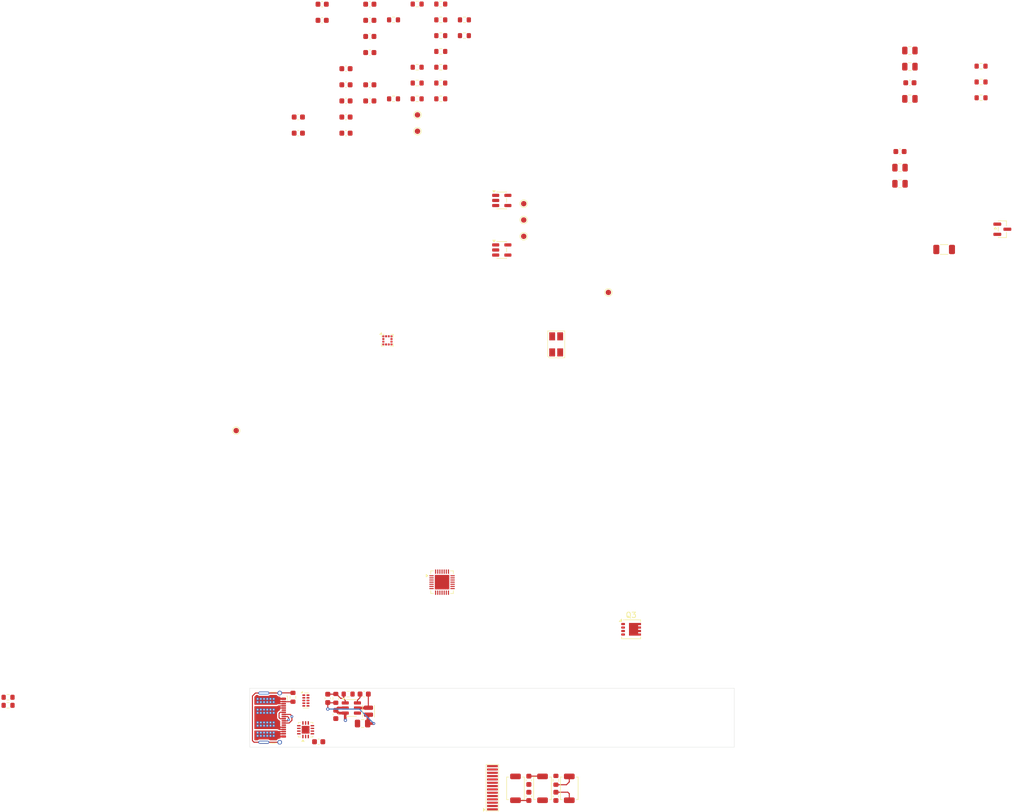
<source format=kicad_pcb>
(kicad_pcb
	(version 20241229)
	(generator "pcbnew")
	(generator_version "9.0")
	(general
		(thickness 1.6)
		(legacy_teardrops no)
	)
	(paper "A4")
	(layers
		(0 "F.Cu" signal)
		(4 "In1.Cu" signal)
		(6 "In2.Cu" signal)
		(2 "B.Cu" signal)
		(9 "F.Adhes" user "F.Adhesive")
		(11 "B.Adhes" user "B.Adhesive")
		(13 "F.Paste" user)
		(15 "B.Paste" user)
		(5 "F.SilkS" user "F.Silkscreen")
		(7 "B.SilkS" user "B.Silkscreen")
		(1 "F.Mask" user)
		(3 "B.Mask" user)
		(17 "Dwgs.User" user "User.Drawings")
		(19 "Cmts.User" user "User.Comments")
		(21 "Eco1.User" user "User.Eco1")
		(23 "Eco2.User" user "User.Eco2")
		(25 "Edge.Cuts" user)
		(27 "Margin" user)
		(31 "F.CrtYd" user "F.Courtyard")
		(29 "B.CrtYd" user "B.Courtyard")
		(35 "F.Fab" user)
		(33 "B.Fab" user)
		(39 "User.1" user)
		(41 "User.2" user)
		(43 "User.3" user)
		(45 "User.4" user)
	)
	(setup
		(stackup
			(layer "F.SilkS"
				(type "Top Silk Screen")
				(color "Black")
			)
			(layer "F.Paste"
				(type "Top Solder Paste")
			)
			(layer "F.Mask"
				(type "Top Solder Mask")
				(color "White")
				(thickness 0.01)
			)
			(layer "F.Cu"
				(type "copper")
				(thickness 0.035)
			)
			(layer "dielectric 1"
				(type "prepreg")
				(thickness 0.1)
				(material "FR4")
				(epsilon_r 4.5)
				(loss_tangent 0.02)
			)
			(layer "In1.Cu"
				(type "copper")
				(thickness 0.035)
			)
			(layer "dielectric 2"
				(type "core")
				(thickness 1.24)
				(material "FR4")
				(epsilon_r 4.5)
				(loss_tangent 0.02)
			)
			(layer "In2.Cu"
				(type "copper")
				(thickness 0.035)
			)
			(layer "dielectric 3"
				(type "prepreg")
				(thickness 0.1)
				(material "FR4")
				(epsilon_r 4.5)
				(loss_tangent 0.02)
			)
			(layer "B.Cu"
				(type "copper")
				(thickness 0.035)
			)
			(layer "B.Mask"
				(type "Bottom Solder Mask")
				(thickness 0.01)
			)
			(layer "B.Paste"
				(type "Bottom Solder Paste")
			)
			(layer "B.SilkS"
				(type "Bottom Silk Screen")
			)
			(copper_finish "None")
			(dielectric_constraints no)
		)
		(pad_to_mask_clearance 0)
		(allow_soldermask_bridges_in_footprints no)
		(tenting front back)
		(pcbplotparams
			(layerselection 0x00000000_00000000_55555555_5755f5ff)
			(plot_on_all_layers_selection 0x00000000_00000000_00000000_00000000)
			(disableapertmacros no)
			(usegerberextensions no)
			(usegerberattributes yes)
			(usegerberadvancedattributes yes)
			(creategerberjobfile yes)
			(dashed_line_dash_ratio 12.000000)
			(dashed_line_gap_ratio 3.000000)
			(svgprecision 4)
			(plotframeref no)
			(mode 1)
			(useauxorigin no)
			(hpglpennumber 1)
			(hpglpenspeed 20)
			(hpglpendiameter 15.000000)
			(pdf_front_fp_property_popups yes)
			(pdf_back_fp_property_popups yes)
			(pdf_metadata yes)
			(pdf_single_document no)
			(dxfpolygonmode yes)
			(dxfimperialunits yes)
			(dxfusepcbnewfont yes)
			(psnegative no)
			(psa4output no)
			(plot_black_and_white yes)
			(sketchpadsonfab no)
			(plotpadnumbers no)
			(hidednponfab no)
			(sketchdnponfab yes)
			(crossoutdnponfab yes)
			(subtractmaskfromsilk no)
			(outputformat 1)
			(mirror no)
			(drillshape 1)
			(scaleselection 1)
			(outputdirectory "")
		)
	)
	(net 0 "")
	(net 1 "+3.3V")
	(net 2 "GND")
	(net 3 "VBUS")
	(net 4 "Net-(U4-SW)")
	(net 5 "Net-(U4-BST)")
	(net 6 "Net-(U4-FB)")
	(net 7 "/NRST")
	(net 8 "/BTN1")
	(net 9 "/BTN2")
	(net 10 "/TC_FB")
	(net 11 "Net-(U6--)")
	(net 12 "/BOOTSEL")
	(net 13 "Net-(D1-A2)")
	(net 14 "Net-(D1-A1)")
	(net 15 "/SCL")
	(net 16 "/DISP_NRST")
	(net 17 "/SDA")
	(net 18 "/SHUNT_L")
	(net 19 "/TIP_H")
	(net 20 "/SWDIO")
	(net 21 "/D-")
	(net 22 "/D+")
	(net 23 "/HEATER_ON")
	(net 24 "/CURR_FB")
	(net 25 "/VBUS_FB")
	(net 26 "/TIP_K")
	(net 27 "Net-(U6-+)")
	(net 28 "/LED_B")
	(net 29 "/LED_A")
	(net 30 "/PA15")
	(net 31 "/PD0")
	(net 32 "/PD1")
	(net 33 "/CC2")
	(net 34 "/CC1")
	(net 35 "/LED_RING")
	(net 36 "/ACC_INT1")
	(net 37 "/SWCLK")
	(net 38 "/INT_N")
	(net 39 "/ACC_INT2")
	(net 40 "/PB3")
	(net 41 "Net-(J4-Pin_13)")
	(net 42 "Net-(J4-Pin_2)")
	(net 43 "Net-(J4-Pin_1)")
	(net 44 "Net-(J4-Pin_4)")
	(net 45 "Net-(J4-Pin_3)")
	(net 46 "Net-(J4-Pin_14)")
	(net 47 "Net-(U7--)")
	(net 48 "Net-(J1-SHIELD)")
	(net 49 "unconnected-(J4-Pin_6-Pad6)")
	(net 50 "Net-(J4-Pin_12)")
	(net 51 "Net-(Q1-C)")
	(net 52 "Net-(Q1-B)")
	(net 53 "Net-(R13-Pad2)")
	(net 54 "Net-(U7-+)")
	(net 55 "unconnected-(U5-~{CS}-Pad10)")
	(net 56 "/JDP")
	(net 57 "/JDN")
	(net 58 "unconnected-(U8-NC-Pad6)")
	(net 59 "unconnected-(U8-NC-Pad10)")
	(net 60 "unconnected-(U8-NC-Pad7)")
	(net 61 "unconnected-(U8-NC-Pad9)")
	(net 62 "Net-(Q3-G)")
	(footprint "Capacitor_SMD:C_0603_1608Metric" (layer "F.Cu") (at 152.65 167.4 90))
	(footprint "Capacitor_SMD:C_0603_1608Metric" (layer "F.Cu") (at 109.6 40.55))
	(footprint "Package_SON:USON-10_2.5x1.0mm_P0.5mm" (layer "F.Cu") (at 111.015 149.5))
	(footprint "Resistor_SMD:R_0603_1608Metric" (layer "F.Cu") (at 136.2 31.25))
	(footprint "Package_TO_SOT_SMD:SOT-23-5" (layer "F.Cu") (at 147.5925 56.125))
	(footprint "Resistor_SMD:R_0603_1608Metric" (layer "F.Cu") (at 127.38 37.15))
	(footprint "Capacitor_SMD:C_0805_2012Metric" (layer "F.Cu") (at 221.95 53.01))
	(footprint "Resistor_SMD:R_0603_1608Metric" (layer "F.Cu") (at 55.4 148.9))
	(footprint "Capacitor_SMD:C_0603_1608Metric" (layer "F.Cu") (at 122.95 22.49))
	(footprint "Capacitor_SMD:C_0603_1608Metric" (layer "F.Cu") (at 122.95 28.51))
	(footprint "Inductor_SMD:L_Changjiang_FTC201607S" (layer "F.Cu") (at 122.7 151.5 -90))
	(footprint "Resistor_SMD:R_0603_1608Metric" (layer "F.Cu") (at 136.2 37.15))
	(footprint "Capacitor_SMD:C_0603_1608Metric" (layer "F.Cu") (at 221.95 46.99))
	(footprint "Resistor_SMD:R_0603_1608Metric" (layer "F.Cu") (at 136.2 28.3))
	(footprint "Package_TO_SOT_SMD:SOT-23-5" (layer "F.Cu") (at 147.5925 65.375))
	(footprint "TestPoint:TestPoint_Pad_D1.0mm" (layer "F.Cu") (at 151.6925 56.725))
	(footprint "Capacitor_SMD:C_0805_2012Metric" (layer "F.Cu") (at 223.7975 28.13))
	(footprint "Resistor_SMD:R_0603_1608Metric" (layer "F.Cu") (at 157.7 164.4 -90))
	(footprint "Capacitor_SMD:C_0603_1608Metric" (layer "F.Cu") (at 114.05 19.48))
	(footprint "TestPoint:TestPoint_Pad_D1.0mm" (layer "F.Cu") (at 131.85 40.15))
	(footprint "Connector_USB:USB_C_Receptacle_G-Switch_GT-USB-7025" (layer "F.Cu") (at 103.439427 152.7 -90))
	(footprint "Resistor_SMD:R_0603_1608Metric" (layer "F.Cu") (at 116.6 149.1 90))
	(footprint "Capacitor_SMD:C_0603_1608Metric" (layer "F.Cu") (at 122.95 25.5))
	(footprint "Resistor_SMD:R_0603_1608Metric" (layer "F.Cu") (at 237.0875 34))
	(footprint "Capacitor_SMD:C_0805_2012Metric" (layer "F.Cu") (at 223.7975 37.16))
	(footprint "Capacitor_SMD:C_0603_1608Metric" (layer "F.Cu") (at 223.7975 34.15))
	(footprint "Capacitor_SMD:C_0603_1608Metric" (layer "F.Cu") (at 114.05 22.49))
	(footprint "Resistor_SMD:R_0603_1608Metric" (layer "F.Cu") (at 131.79 37.15))
	(footprint "Resistor_SMD:R_1206_3216Metric" (layer "F.Cu") (at 230.1925 65.28))
	(footprint "Capacitor_SMD:C_0603_1608Metric" (layer "F.Cu") (at 118.5 43.56))
	(footprint "Capacitor_SMD:C_0805_2012Metric" (layer "F.Cu") (at 223.7975 31.14))
	(footprint "Resistor_SMD:R_0603_1608Metric" (layer "F.Cu") (at 140.61 22.4))
	(footprint "Capacitor_SMD:C_0603_1608Metric" (layer "F.Cu") (at 152.65 164.4 -90))
	(footprint "Capacitor_SMD:C_0805_2012Metric" (layer "F.Cu") (at 121.6 153.8 180))
	(footprint "TestPoint:TestPoint_Pad_D1.0mm" (layer "F.Cu") (at 98 99.1))
	(footprint "Custom:FPC_14" (layer "F.Cu") (at 145.85 165.79 90))
	(footprint "Capacitor_SMD:C_0603_1608Metric" (layer "F.Cu") (at 115.1 149.1 90))
	(footprint "Package_TO_SOT_SMD:TSOT-23-6" (layer "F.Cu") (at 119.5 150.9))
	(footprint "Package_LGA:LGA-12_2x2mm_P0.5mm" (layer "F.Cu") (at 126.2375 82.25))
	(footprint "Package_DFN_QFN:WQFN-28-1EP_4x4mm_P0.4mm_EP2.7x2.7mm" (layer "F.Cu") (at 136.4375 127.4))
	(footprint "Resistor_SMD:R_0603_1608Metric" (layer "F.Cu") (at 131.79 19.45))
	(footprint "Capacitor_SMD:C_0603_1608Metric" (layer "F.Cu") (at 122.95 19.48))
	(footprint "Capacitor_SMD:C_0603_1608Metric" (layer "F.Cu") (at 122.95 34.53))
	(footprint "Resistor_SMD:R_0603_1608Metric" (layer "F.Cu") (at 131.79 31.25))
	(footprint "MountingHole:MountingHole_2.2mm_M2" (layer "F.Cu") (at 127.2 152.7))
	(footprint "Resistor_SMD:R_0603_1608Metric" (layer "F.Cu") (at 136.2 25.35))
	(footprint "Resistor_SMD:R_0603_1608Metric" (layer "F.Cu") (at 131.79 34.2))
	(footprint "Resistor_SMD:R_0603_1608Metric" (layer "F.Cu") (at 140.61 25.35))
	(footprint "Capacitor_SMD:C_0603_1608Metric" (layer "F.Cu") (at 109.6 43.56))
	(footprint "TestPoint:TestPoint_Pad_D1.0mm" (layer "F.Cu") (at 151.6925 59.775))
	(footprint "Capacitor_SMD:C_0603_1608Metric" (layer "F.Cu") (at 122.95 37.54))
	(footprint "Resistor_SMD:R_0603_1608Metric"
		(layer "F.Cu")
		(uuid "ab0eb157-05df-49b4-ac3d-5214cd289e0c")
		(at 118.9 148.3)
		(descr "Resistor SMD 0603 (1608 Metric), square (rectangular) end terminal, IPC-7351 nominal, (Body size source: IPC-SM-782 page 72, https://www.pcb-3d.com/wordpress/wp-content/uploads/ipc-sm-782a_amendment_1_and_2.pdf), generated with kicad-footprint-generator")
		(tags "resistor")
		(property "Reference" "R12"
			(at 0 -1.43 0)
			(layer "F.SilkS")
			(hide yes)
			(uuid "fca815ee-6628-40e0-aa11-b3c2d57a4539")
			(effects
				(font
					(size 1 1)
					(thickness 0.15)
				)
			)
		)
		(property "Value" "62k"
			(at 0 1.43 0)
			(layer "F.Fab")
			(uuid "25268201-d032-4cbe-bbfc-358d34dcea5e")
			(effects
				(font
					(size 1 1)
					(thickness 0.15)
				)
			)
		)
		(property "Datasheet" "~"
			(at 0 0 0)
			(layer "F.Fab")
			(hide yes)
			(uuid "7f1841cb-5f9a-4381-9b97-74540ae698f8")
			(effects
				(font
					(size 1.27 1.27)
					(thickness 0.15)
				)
			)
		)
		(property "Description" "Resistor, small symbol"
			(at 0 0 0)
			(layer "F.Fab")
			(hide yes)
			(uuid "22d48b4c-5fcc-4742-b3d2-48e1bd19f7b9")
			(effects
				(font
					(size 1.27 1.27)
					(thickness 0.15)
				)
			)
		)
		(property ki_fp_filters "R_*")
		(path "/fe37838d-55c2-42c5-b428-4ca1ce1f002d")
		(sheetname "/")
		(sheetfile "usbc_soldering_iron.kicad_sch")
		(attr smd)
		(fp_line
			(start -0.237258 -0.5225)
			(end 0.237258 -0.5225)
			(stroke
				(width 0.12)
				(type solid)
			)
			(layer "F.SilkS")
			(uuid "50b12692-f35f-46c5-a9db-e12e9f59805b")
		)
		(fp_line
			(start -0.237258 0.5225)
			(end 0.237258 0.5225)
			(stroke
				(width 0.12)
				(type solid)
			)
			(layer "F.S
... [186555 chars truncated]
</source>
